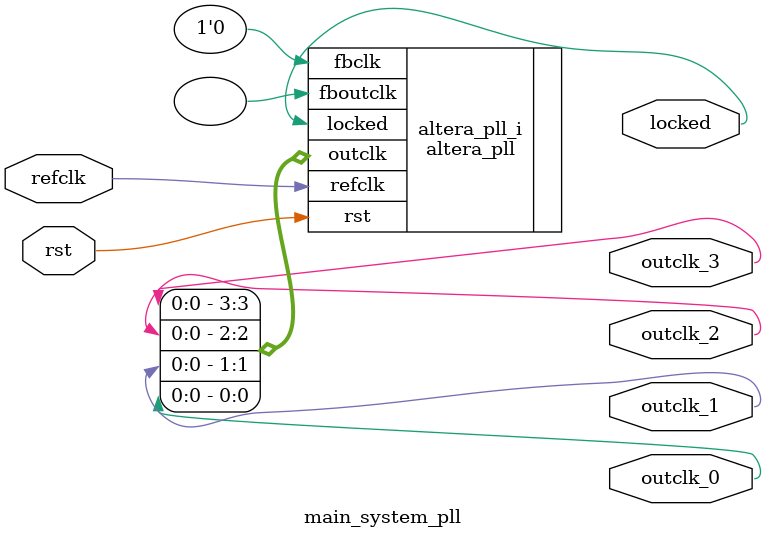
<source format=v>
`timescale 1ns/10ps
module  main_system_pll(

	// interface 'refclk'
	input wire refclk,

	// interface 'reset'
	input wire rst,

	// interface 'outclk0'
	output wire outclk_0,

	// interface 'outclk1'
	output wire outclk_1,

	// interface 'outclk2'
	output wire outclk_2,

	// interface 'outclk3'
	output wire outclk_3,

	// interface 'locked'
	output wire locked
);

	altera_pll #(
		.fractional_vco_multiplier("false"),
		.reference_clock_frequency("50.0 MHz"),
		.operation_mode("normal"),
		.number_of_clocks(4),
		.output_clock_frequency0("50.000000 MHz"),
		.phase_shift0("0 ps"),
		.duty_cycle0(50),
		.output_clock_frequency1("100.000000 MHz"),
		.phase_shift1("0 ps"),
		.duty_cycle1(50),
		.output_clock_frequency2("100.000000 MHz"),
		.phase_shift2("-3750 ps"),
		.duty_cycle2(50),
		.output_clock_frequency3("12.295081 MHz"),
		.phase_shift3("0 ps"),
		.duty_cycle3(50),
		.output_clock_frequency4("0 MHz"),
		.phase_shift4("0 ps"),
		.duty_cycle4(50),
		.output_clock_frequency5("0 MHz"),
		.phase_shift5("0 ps"),
		.duty_cycle5(50),
		.output_clock_frequency6("0 MHz"),
		.phase_shift6("0 ps"),
		.duty_cycle6(50),
		.output_clock_frequency7("0 MHz"),
		.phase_shift7("0 ps"),
		.duty_cycle7(50),
		.output_clock_frequency8("0 MHz"),
		.phase_shift8("0 ps"),
		.duty_cycle8(50),
		.output_clock_frequency9("0 MHz"),
		.phase_shift9("0 ps"),
		.duty_cycle9(50),
		.output_clock_frequency10("0 MHz"),
		.phase_shift10("0 ps"),
		.duty_cycle10(50),
		.output_clock_frequency11("0 MHz"),
		.phase_shift11("0 ps"),
		.duty_cycle11(50),
		.output_clock_frequency12("0 MHz"),
		.phase_shift12("0 ps"),
		.duty_cycle12(50),
		.output_clock_frequency13("0 MHz"),
		.phase_shift13("0 ps"),
		.duty_cycle13(50),
		.output_clock_frequency14("0 MHz"),
		.phase_shift14("0 ps"),
		.duty_cycle14(50),
		.output_clock_frequency15("0 MHz"),
		.phase_shift15("0 ps"),
		.duty_cycle15(50),
		.output_clock_frequency16("0 MHz"),
		.phase_shift16("0 ps"),
		.duty_cycle16(50),
		.output_clock_frequency17("0 MHz"),
		.phase_shift17("0 ps"),
		.duty_cycle17(50),
		.pll_type("General"),
		.pll_subtype("General")
	) altera_pll_i (
		.rst	(rst),
		.outclk	({outclk_3, outclk_2, outclk_1, outclk_0}),
		.locked	(locked),
		.fboutclk	( ),
		.fbclk	(1'b0),
		.refclk	(refclk)
	);
endmodule


</source>
